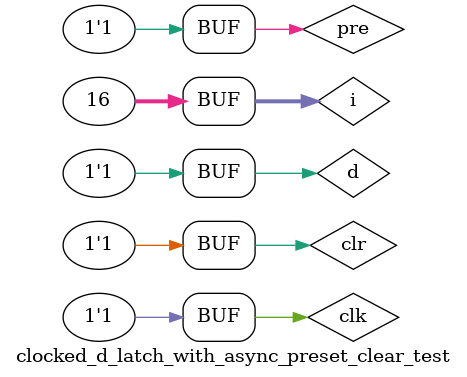
<source format=v>
module clocked_d_latch_with_async_preset_clear_test;
	reg d, pre, clr, clk;
	wire q, q_;
	integer i;
	 
	clocked_d_latch_with_async_preset_clear gate (d, pre, clr, clk, q, q_);
	
	initial
		begin
			for(i = 0; i < 16; i = i + 1)
				begin
					{d, pre, clr, clk} = i;
					#10;
				end
		end
endmodule

</source>
